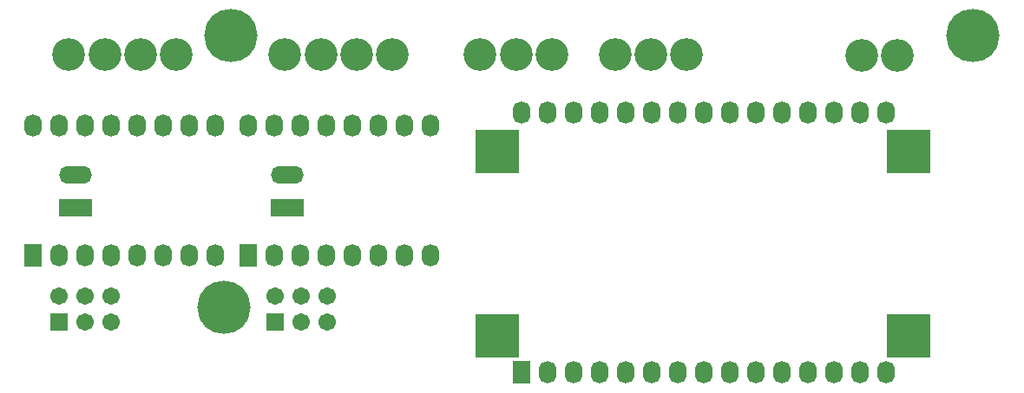
<source format=gbs>
G04*
G04 #@! TF.GenerationSoftware,Altium Limited,Altium Designer,22.6.1 (34)*
G04*
G04 Layer_Color=16711935*
%FSLAX25Y25*%
%MOIN*%
G70*
G04*
G04 #@! TF.SameCoordinates,155C3C0F-C328-4BCA-876E-5E1AE029C65F*
G04*
G04*
G04 #@! TF.FilePolarity,Negative*
G04*
G01*
G75*
%ADD17O,0.06706X0.08674*%
%ADD18R,0.06706X0.08674*%
%ADD19C,0.12611*%
%ADD20C,0.20485*%
%ADD21C,0.06706*%
%ADD22R,0.06706X0.06706*%
%ADD23O,0.12611X0.06706*%
%ADD24R,0.12611X0.06706*%
%ADD43R,0.16548X0.16548*%
D17*
X3961Y147499D02*
D03*
X13961D02*
D03*
X23961D02*
D03*
X33961D02*
D03*
X43961D02*
D03*
X53961D02*
D03*
X63961D02*
D03*
X73961D02*
D03*
X83961D02*
D03*
X93961D02*
D03*
X103961D02*
D03*
X113961D02*
D03*
X123961D02*
D03*
X133961D02*
D03*
X143961D02*
D03*
Y47499D02*
D03*
X133961D02*
D03*
X123961D02*
D03*
X113961D02*
D03*
X103961D02*
D03*
X93961D02*
D03*
X83961D02*
D03*
X73961D02*
D03*
X63961D02*
D03*
X53961D02*
D03*
X43961D02*
D03*
X33961D02*
D03*
X23961D02*
D03*
X13961D02*
D03*
X-113789Y142500D02*
D03*
X-183789D02*
D03*
X-173789D02*
D03*
X-163789D02*
D03*
X-153789D02*
D03*
X-143789D02*
D03*
X-133789D02*
D03*
X-123789D02*
D03*
X-113789Y92500D02*
D03*
X-123789D02*
D03*
X-133789D02*
D03*
X-143789D02*
D03*
X-153789D02*
D03*
X-163789D02*
D03*
X-173789D02*
D03*
X-31039Y142500D02*
D03*
X-101039D02*
D03*
X-91039D02*
D03*
X-81039D02*
D03*
X-71039D02*
D03*
X-61039D02*
D03*
X-51039D02*
D03*
X-41039D02*
D03*
X-31039Y92500D02*
D03*
X-41039D02*
D03*
X-51039D02*
D03*
X-61039D02*
D03*
X-71039D02*
D03*
X-81039D02*
D03*
X-91039D02*
D03*
D18*
X3961Y47499D02*
D03*
X-183789Y92500D02*
D03*
X-101039D02*
D03*
D19*
X-142500Y170000D02*
D03*
X-170059D02*
D03*
X-156280D02*
D03*
X-128720D02*
D03*
X-87089D02*
D03*
X-45750D02*
D03*
X-59530D02*
D03*
X-73309D02*
D03*
X134500Y169500D02*
D03*
X148280D02*
D03*
X15500Y170000D02*
D03*
X1720D02*
D03*
X-12059D02*
D03*
X67279D02*
D03*
X53500D02*
D03*
X39720D02*
D03*
D20*
X-108000Y177165D02*
D03*
X177165D02*
D03*
X-110500Y72500D02*
D03*
D21*
X-70894Y77000D02*
D03*
Y67000D02*
D03*
X-80894Y77000D02*
D03*
Y67000D02*
D03*
X-90894Y77000D02*
D03*
X-154000D02*
D03*
Y67000D02*
D03*
X-164000Y77000D02*
D03*
Y67000D02*
D03*
X-174000Y77000D02*
D03*
D22*
X-90894Y67000D02*
D03*
X-174000D02*
D03*
D23*
X-86144Y123500D02*
D03*
X-167644D02*
D03*
D24*
X-86144Y110902D02*
D03*
X-167644D02*
D03*
D43*
X-5535Y132433D02*
D03*
Y61567D02*
D03*
X152535D02*
D03*
Y132433D02*
D03*
M02*

</source>
